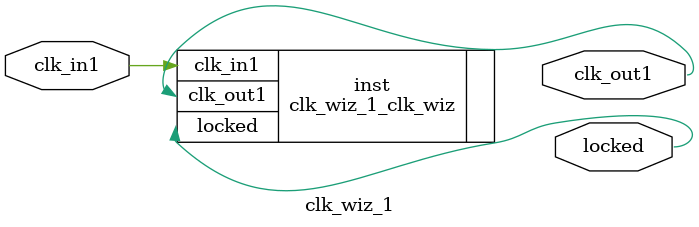
<source format=v>


`timescale 1ps/1ps

(* CORE_GENERATION_INFO = "clk_wiz_1,clk_wiz_v6_0_2_0_0,{component_name=clk_wiz_1,use_phase_alignment=true,use_min_o_jitter=false,use_max_i_jitter=false,use_dyn_phase_shift=false,use_inclk_switchover=false,use_dyn_reconfig=false,enable_axi=0,feedback_source=FDBK_AUTO,PRIMITIVE=MMCM,num_out_clk=1,clkin1_period=10.000,clkin2_period=10.000,use_power_down=false,use_reset=false,use_locked=true,use_inclk_stopped=false,feedback_type=SINGLE,CLOCK_MGR_TYPE=NA,manual_override=false}" *)

module clk_wiz_1 
 (
  // Clock out ports
  output        clk_out1,
  // Status and control signals
  output        locked,
 // Clock in ports
  input         clk_in1
 );

  clk_wiz_1_clk_wiz inst
  (
  // Clock out ports  
  .clk_out1(clk_out1),
  // Status and control signals               
  .locked(locked),
 // Clock in ports
  .clk_in1(clk_in1)
  );

endmodule

</source>
